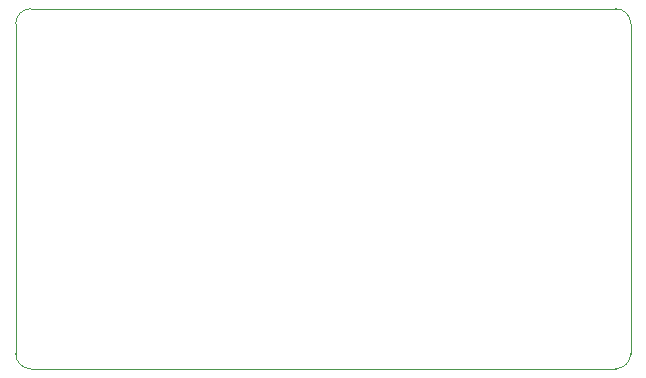
<source format=gbr>
%TF.GenerationSoftware,KiCad,Pcbnew,5.1.6+dfsg1-1*%
%TF.CreationDate,2020-08-05T09:46:32+08:00*%
%TF.ProjectId,stm32dev,73746d33-3264-4657-962e-6b696361645f,b*%
%TF.SameCoordinates,Original*%
%TF.FileFunction,Profile,NP*%
%FSLAX46Y46*%
G04 Gerber Fmt 4.6, Leading zero omitted, Abs format (unit mm)*
G04 Created by KiCad (PCBNEW 5.1.6+dfsg1-1) date 2020-08-05 09:46:32*
%MOMM*%
%LPD*%
G01*
G04 APERTURE LIST*
%TA.AperFunction,Profile*%
%ADD10C,0.050000*%
%TD*%
G04 APERTURE END LIST*
D10*
X173355000Y-82550000D02*
G75*
G02*
X174625000Y-83820000I0J-1270000D01*
G01*
X174625000Y-111760000D02*
G75*
G02*
X173355000Y-113030000I-1270000J0D01*
G01*
X123825000Y-113030000D02*
G75*
G02*
X122555000Y-111760000I0J1270000D01*
G01*
X122555000Y-83820000D02*
G75*
G02*
X123825000Y-82550000I1270000J0D01*
G01*
X122555000Y-111760000D02*
X122555000Y-83820000D01*
X173355000Y-113030000D02*
X123825000Y-113030000D01*
X174625000Y-83820000D02*
X174625000Y-111760000D01*
X123825000Y-82550000D02*
X173355000Y-82550000D01*
M02*

</source>
